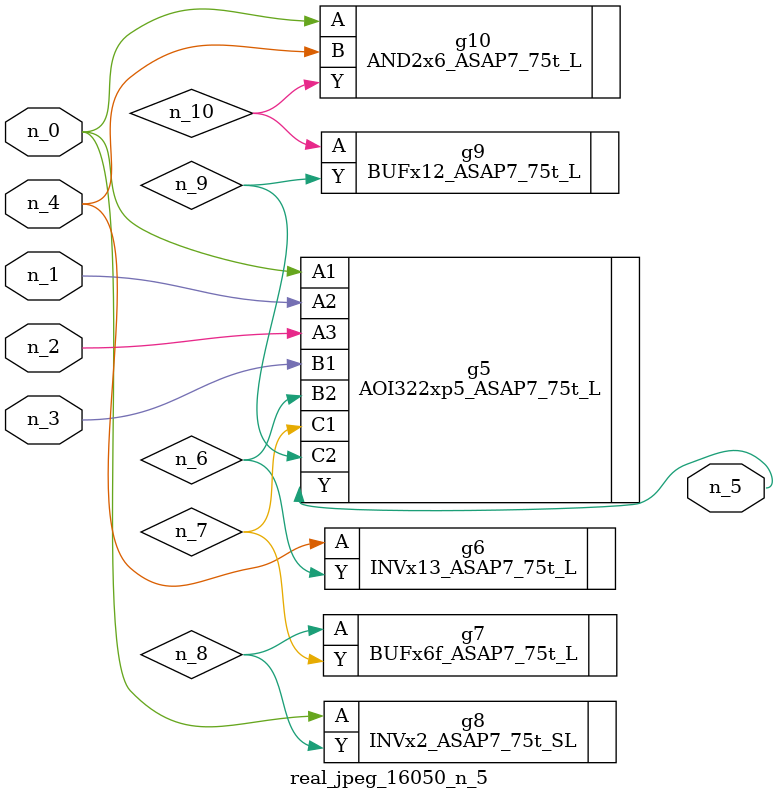
<source format=v>
module real_jpeg_16050_n_5 (n_4, n_0, n_1, n_2, n_3, n_5);

input n_4;
input n_0;
input n_1;
input n_2;
input n_3;

output n_5;

wire n_8;
wire n_6;
wire n_7;
wire n_10;
wire n_9;

AOI322xp5_ASAP7_75t_L g5 ( 
.A1(n_0),
.A2(n_1),
.A3(n_2),
.B1(n_3),
.B2(n_6),
.C1(n_7),
.C2(n_9),
.Y(n_5)
);

INVx2_ASAP7_75t_SL g8 ( 
.A(n_0),
.Y(n_8)
);

AND2x6_ASAP7_75t_L g10 ( 
.A(n_0),
.B(n_4),
.Y(n_10)
);

INVx13_ASAP7_75t_L g6 ( 
.A(n_4),
.Y(n_6)
);

BUFx6f_ASAP7_75t_L g7 ( 
.A(n_8),
.Y(n_7)
);

BUFx12_ASAP7_75t_L g9 ( 
.A(n_10),
.Y(n_9)
);


endmodule
</source>
